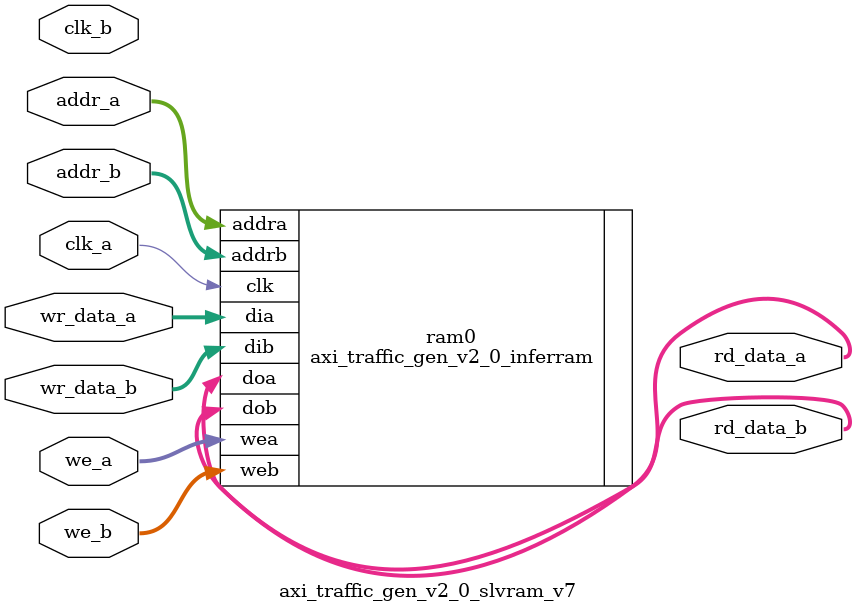
<source format=v>
`timescale 1ps/1ps
`include "axi_traffic_gen_v2_0_defines.v"
(* DowngradeIPIdentifiedWarnings="yes" *)
module axi_traffic_gen_v2_0_slvram_v7 #(
  parameter C_FAMILY    = "virtex7" ,
  parameter C_DATAWIDTH = 64        ,
  parameter C_SIZE      = 1024      ,
  parameter C_ADDR_WIDTH= 10        ,
  parameter C_INITRAM_F = "NONE"     
        
) (
input                      clk_a    ,
input  [C_DATAWIDTH/8-1:0] we_a     ,
input  [C_ADDR_WIDTH-1:0]  addr_a   ,
input  [C_DATAWIDTH-1:0]   wr_data_a,
output [C_DATAWIDTH-1:0]   rd_data_a,

input                      clk_b    ,
input  [C_DATAWIDTH/8-1:0] we_b     ,
input  [C_ADDR_WIDTH-1:0]  addr_b   ,
input  [C_DATAWIDTH-1:0]   wr_data_b,
output [C_DATAWIDTH-1:0]   rd_data_b
);


//generate
//if(C_DATAWIDTH == 32) begin: ram32b

axi_traffic_gen_v2_0_inferram #(
    .C_FAMILY   (C_FAMILY     ),
    .C_RAMINIT_F(C_INITRAM_F  ),
    .SIZE       (C_SIZE       ),    
    .ADDR_WIDTH (C_ADDR_WIDTH ),    
    .NB_COL     (C_DATAWIDTH/8),
    .COL_WIDTH  (8            ),
    .INFER_TYPE (1            ) 
) ram0 (
   .clk(clk_a),
   .wea(we_a),
   .web(we_b),
   .addra(addr_a),
   .addrb(addr_b),	 
   .dia(wr_data_a),
   .dib(wr_data_b),	 
   .doa(rd_data_a),
   .dob(rd_data_b)
);

//end // block: ram32b    
//endgenerate


//generate
//if(C_DATAWIDTH == 64) begin: ram64b
//axi_traffic_gen_v2_0_inferram #(
//    .C_FAMILY   (C_FAMILY   ),
//    .C_RAMINIT_F(C_INITRAM_F),
//    .NB_COL     (8          ),
//    .COL_WIDTH  (8          ),
//    .INFER_TYPE (1          )
//		     )
//   ram0 (
//	 .clk(clk_a),
//	 .wea(we_a),
//	 .web(we_b),
//	 .addra(addr_a),
//	 .addrb(addr_b),	 
//	 .dia(wr_data_a),
//	 .dib(wr_data_b),	 
//	 .doa(rd_data_a),
//	 .dob(rd_data_b)
//	 );
//
//end // block: ram64b    
//endgenerate

 
   
/*

generate
if(C_DATAWIDTH == 32) begin: ram32b

RAMB36 #(

                  `RAMB_INIT0
         .INIT_FILE    (C_INITRAM_F  ),
	 .SIM_COLLISION_CHECK("NONE"),
	 .WRITE_MODE_A("WRITE_FIRST"),
	 .WRITE_MODE_B("WRITE_FIRST"),
         .READ_WIDTH_A (36           ),
         .READ_WIDTH_B (36           ),
         .WRITE_WIDTH_A(36           ),
         .WRITE_WIDTH_B(36           ),         
         .INIT_A       (36'h000000000), 
         .INIT_B       (36'h000000000), 
         .SRVAL_A      ('h0          ),
         .SRVAL_B      ('h0          )
        )
        ramb36i (
        .CLKA  (clk_a             ),
        .ADDRA ({1'b0,addr_a,5'h0}),
        .ENA   (1'b1              ),
        .REGCEA(1'b0              ),
        .WEA   (we_a[3:0]         ),
        .SSRA  (1'b0              ),
        .DOA   (rd_data_a[31:0]   ),
        .DIA   (wr_data_a[31:0]   ),
        .DIPA  (4'b0              ),
                 
        .CLKB  (clk_b             ),
        .ADDRB ({1'b0,addr_b,5'h0}),
        .ENB   (1'b1              ),
        .REGCEB(1'b0              ),
        .WEB   (we_b[3:0]         ),
        .SSRB  (1'b0              ),
        .DOB   (rd_data_b[31:0]   ),
        .DIB   (wr_data_b[31:0]   ),
        .DIPB  (4'b0              )

);

end // block: ram32b    
endgenerate


generate
if(C_DATAWIDTH == 64) begin: ram64b

RAMB36 #(
                  `RAMB_INIT0
         .INIT_FILE    (C_INITRAM_F  ),
	 .SIM_COLLISION_CHECK("NONE"),
	 .WRITE_MODE_A("WRITE_FIRST"),
	 .WRITE_MODE_B("WRITE_FIRST"),
         .READ_WIDTH_A (36           ),
         .READ_WIDTH_B (36           ),
         .WRITE_WIDTH_A(36           ),
         .WRITE_WIDTH_B(36           ),        
         .INIT_A       (36'h000000000), 
         .INIT_B       (36'h000000000), 
         .SRVAL_A      ('h0          ),
         .SRVAL_B      ('h0          )
        )
        ramb36i (
        .CLKA  (clk_a             ),
        .ADDRA ({1'b0,addr_a,5'h0}),
        .ENA   (1'b1              ),
        .REGCEA(1'b0              ),
        .WEA   (we_a[3:0]         ),
        .SSRA  (1'b0              ),
        .DOA   (rd_data_a[31:0]   ),
        .DIA   (wr_data_a[31:0]   ),
        .DIPA  (4'b0              ),
                 
        .CLKB  (clk_b             ),
        .ADDRB ({1'b0,addr_b,5'h0}),
        .ENB   (1'b1              ),
        .REGCEB(1'b0              ),
        .WEB   (we_b[3:0]         ),
        .SSRB  (1'b0              ),
        .DOB   (rd_data_b[31:0]   ),
        .DIB   (wr_data_b[31:0]   ),
        .DIPB  (4'b0              )

);

   
RAMB36 #(
         `RAMB_INIT0
         .INIT_FILE    (C_INITRAM_F  ),         
	 .SIM_COLLISION_CHECK("NONE"),
	 .WRITE_MODE_A("WRITE_FIRST"),
	 .WRITE_MODE_B("WRITE_FIRST"),
         .READ_WIDTH_A (36           ),
         .READ_WIDTH_B (36           ),
         .WRITE_WIDTH_A(36           ),
         .WRITE_WIDTH_B(36           ),         
         .INIT_A       (36'h000000000), 
         .INIT_B       (36'h000000000), 
         .SRVAL_A      ('h0          ),
         .SRVAL_B      ('h0          )
        )
        ramb36ii (
        .CLKA  (clk_a              ),
        .ADDRA ({1'b0, addr_a,5'h0}),
        .ENA   (1'b1               ),
        .REGCEA(1'b0               ),
        .WEA   (we_a[7:4]          ),
        .SSRA  (1'b0               ),
        .DOA   (rd_data_a[63:32]   ),
        .DIA   (wr_data_a[63:32]   ),
        .DIPA  (4'b0               ),
                 
        .CLKB  (clk_b              ),
        .ADDRB ({1'b0,addr_b,5'h0} ),
        .ENB   (1'b1               ),
        .REGCEB(1'b0               ),
        .WEB   (we_b[7:4]          ),
        .SSRB  (1'b0               ),
        .DOB   (rd_data_b[63:32]   ),
        .DIB   (wr_data_b[63:32]   ),
        .DIPB  (4'b0               )

                 
);

end // block: ram64b    
endgenerate
*/




endmodule

</source>
